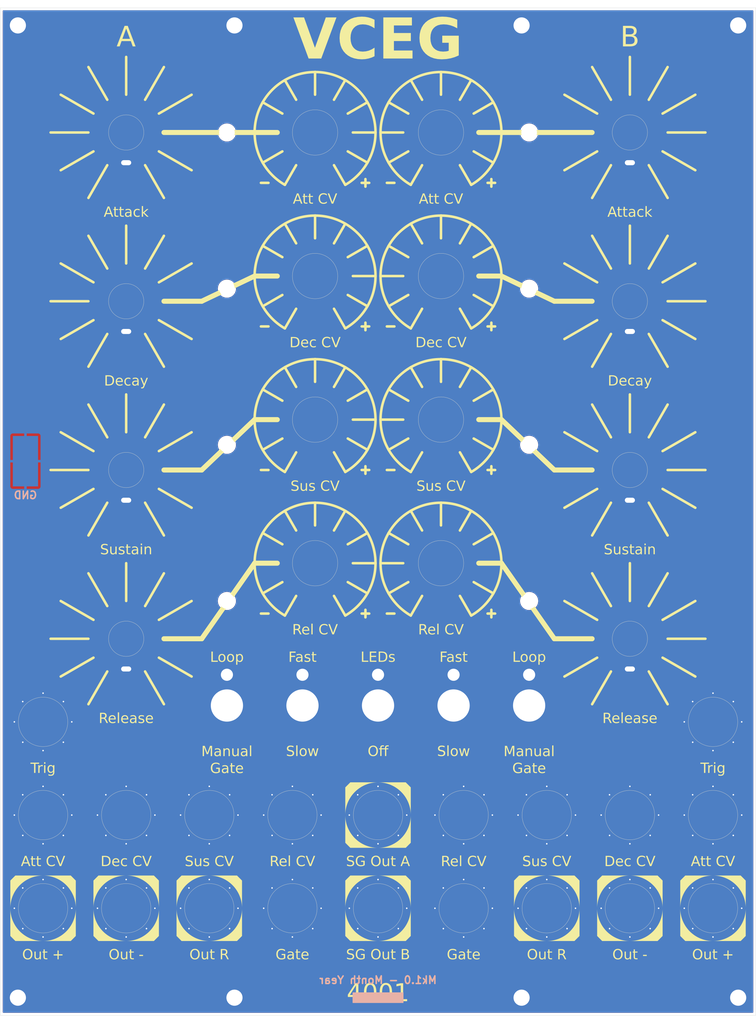
<source format=kicad_pcb>
(kicad_pcb (version 20241229) (generator "pcbnew") (generator_version "9.0")
  (title_block (title "Kosmo Format Front Panel - 15 cm") (company "DMH Instruments"))
  (layers (0 "F.Cu" signal) (2 "B.Cu" signal) (13 "F.Paste" user) (15 "B.Paste" user) (5 "F.SilkS" user "F.Silkscreen") (7 "B.SilkS" user "B.Silkscreen") (1 "F.Mask" user) (3 "B.Mask" user) (25 "Edge.Cuts" user))
  (property "Function" "")
  (net 0 "")
  (net 1 "GND")
  (footprint "SynthStuff:Pot_Cutout_Small" (layer "F.Cu") (at 150 88.25)
    (property "Reference" "H47")
    (property "Value" "Decay" (at 0 15.9 0) (layer "F.SilkS") (effects (font (size 2 2))))
    (fp_circle (center 0 0) (end 0 3.5) (stroke (width 0.05)) (fill no) (layer "Edge.Cuts"))
    (pad "1" connect circle (at 0 0) (size 12 12) (layers "F.Cu" "F.Mask") (net 1 "GND"))
    (pad "1" connect circle (at 0 0) (size 12 12) (layers "B.Cu" "B.Mask") (net 1 "GND"))
    (pad "1" thru_hole oval (at 0 6) (size 2.5 1.5) (drill oval 2 1) (layers "*.Cu" "*.Mask") (net 1 "GND"))
  )
  (footprint "SynthStuff:Pot_Cutout_Tiny_attv_P110KH1" (layer "F.Cu") (at 87.5 54.75)
    (property "Reference" "H9")
    (property "Value" "Att CV" (at 0 13.3 0) (layer "F.SilkS") (effects (font (size 2 2))))
    (fp_circle (center 0 0) (end 4.5 0) (stroke (width 0.05)) (fill no) (layer "Edge.Cuts"))
    (pad "1" connect circle (at 0 0) (size 12 12) (layers "F.Cu" "F.Mask") (net 1 "GND"))
    (pad "1" connect circle (at 0 0) (size 12 12) (layers "B.Cu" "B.Mask") (net 1 "GND"))
  )
  (footprint "SynthStuff:MountingHole_Rails" (layer "F.Cu") (at 128.5 226.5)
    (property "Reference" "H54")
    (property "Value" "MountingHole_Rails")
    (pad "1" thru_hole circle (at 0 0) (size 4 4) (drill 3.2) (layers "*.Cu" "*.Mask") (net 1 "GND"))
  )
  (footprint "SynthStuff:Jack_6.35mm_Cutout_v3" (layer "F.Cu") (at 117 208.75)
    (property "Reference" "H35")
    (property "Value" "Gate" (at 0 9.3 0) (layer "F.SilkS") (effects (font (size 2 2))))
    (fp_circle (center 0 0) (end 0 -4.9) (stroke (width 0.05)) (fill no) (layer "Edge.Cuts"))
    (pad "1" thru_hole circle (at -5.7 0) (size 0.5 0.5) (drill 0.3) (layers "*.Cu" "*.Mask") (net 1 "GND"))
    (pad "1" thru_hole circle (at -4.04 -4.03) (size 0.5 0.5) (drill 0.3) (layers "*.Cu" "*.Mask") (net 1 "GND"))
    (pad "1" thru_hole circle (at -4.03 4.04) (size 0.5 0.5) (drill 0.3) (layers "*.Cu" "*.Mask") (net 1 "GND"))
    (pad "1" thru_hole circle (at 0 -5.7) (size 0.5 0.5) (drill 0.3) (layers "*.Cu" "*.Mask") (net 1 "GND"))
    (pad "1" connect circle (at 0 0) (size 12 12) (layers "F.Cu" "F.Mask") (net 1 "GND"))
    (pad "1" connect circle (at 0 0) (size 12 12) (layers "B.Cu" "B.Mask") (net 1 "GND"))
    (pad "1" thru_hole circle (at 0 5.7) (size 0.5 0.5) (drill 0.3) (layers "*.Cu" "*.Mask") (net 1 "GND"))
    (pad "1" thru_hole circle (at 4.03 4.04) (size 0.5 0.5) (drill 0.3) (layers "*.Cu" "*.Mask") (net 1 "GND"))
    (pad "1" thru_hole circle (at 4.04 -4.03) (size 0.5 0.5) (drill 0.3) (layers "*.Cu" "*.Mask") (net 1 "GND"))
    (pad "1" thru_hole circle (at 5.7 0) (size 0.5 0.5) (drill 0.3) (layers "*.Cu" "*.Mask") (net 1 "GND"))
  )
  (footprint "SynthStuff:MountingHole_Rails" (layer "F.Cu") (at 28.5 226.5)
    (property "Reference" "H3")
    (property "Value" "MountingHole_Rails" (hide yes))
    (pad "1" thru_hole circle (at 0 0) (size 4 4) (drill 3.2) (layers "*.Cu" "*.Mask") (net 1 "GND"))
  )
  (footprint "SynthStuff:Pot_Cutout_Tiny_attv_P110KH1" (layer "F.Cu") (at 87.5 140.25)
    (property "Reference" "H12")
    (property "Value" "Rel CV" (at 0 13.3 0) (layer "F.SilkS") (effects (font (size 2 2))))
    (fp_circle (center 0 0) (end 4.5 0) (stroke (width 0.05)) (fill no) (layer "Edge.Cuts"))
    (pad "1" connect circle (at 0 0) (size 12 12) (layers "F.Cu" "F.Mask") (net 1 "GND"))
    (pad "1" connect circle (at 0 0) (size 12 12) (layers "B.Cu" "B.Mask") (net 1 "GND"))
  )
  (footprint "SynthStuff:Pot_Cutout_Tiny_attv_P110KH1" (layer "F.Cu") (at 87.5 83.25)
    (property "Reference" "H10")
    (property "Value" "Dec CV" (at 0 13.3 0) (layer "F.SilkS") (effects (font (size 2 2))))
    (fp_circle (center 0 0) (end 4.5 0) (stroke (width 0.05)) (fill no) (layer "Edge.Cuts"))
    (pad "1" connect circle (at 0 0) (size 12 12) (layers "F.Cu" "F.Mask") (net 1 "GND"))
    (pad "1" connect circle (at 0 0) (size 12 12) (layers "B.Cu" "B.Mask") (net 1 "GND"))
  )
  (footprint "SynthStuff:MountingHole_Rails" (layer "F.Cu") (at 128.5 33.5)
    (property "Reference" "H52")
    (property "Value" "MountingHole_Rails")
    (pad "1" thru_hole circle (at 0 0) (size 4 4) (drill 3.2) (layers "*.Cu" "*.Mask") (net 1 "GND"))
  )
  (footprint "SynthStuff:MountingHole_Rails" (layer "F.Cu") (at 71.5 33.5)
    (property "Reference" "H51")
    (property "Value" "MountingHole_Rails")
    (pad "1" thru_hole circle (at 0 0) (size 4 4) (drill 3.2) (layers "*.Cu" "*.Mask") (net 1 "GND"))
  )
  (footprint "SynthStuff:Pot_Cutout_Small" (layer "F.Cu") (at 50 155.25)
    (property "Reference" "H8")
    (property "Value" "Release" (at 0 15.9 0) (layer "F.SilkS") (effects (font (size 2 2))))
    (fp_circle (center 0 0) (end 0 3.5) (stroke (width 0.05)) (fill no) (layer "Edge.Cuts"))
    (pad "1" connect circle (at 0 0) (size 12 12) (layers "F.Cu" "F.Mask") (net 1 "GND"))
    (pad "1" connect circle (at 0 0) (size 12 12) (layers "B.Cu" "B.Mask") (net 1 "GND"))
    (pad "1" thru_hole oval (at 0 6) (size 2.5 1.5) (drill oval 2 1) (layers "*.Cu" "*.Mask") (net 1 "GND"))
  )
  (footprint "SynthStuff:Pot_Cutout_Tiny_attv_P110KH1" (layer "F.Cu") (at 112.5 111.75)
    (property "Reference" "H41")
    (property "Value" "Sus CV" (at 0 13.3 0) (layer "F.SilkS") (effects (font (size 2 2))))
    (fp_circle (center 0 0) (end 4.5 0) (stroke (width 0.05)) (fill no) (layer "Edge.Cuts"))
    (pad "1" connect circle (at 0 0) (size 12 12) (layers "F.Cu" "F.Mask") (net 1 "GND"))
    (pad "1" connect circle (at 0 0) (size 12 12) (layers "B.Cu" "B.Mask") (net 1 "GND"))
  )
  (footprint "SynthStuff:Jack_6.35mm_Cutout_v3" (layer "F.Cu") (at 33.5 190.25)
    (property "Reference" "H15")
    (property "Value" "Att CV" (at 0 9.3 0) (layer "F.SilkS") (effects (font (size 2 2))))
    (fp_circle (center 0 0) (end 0 -4.9) (stroke (width 0.05)) (fill no) (layer "Edge.Cuts"))
    (pad "1" thru_hole circle (at -5.7 0) (size 0.5 0.5) (drill 0.3) (layers "*.Cu" "*.Mask") (net 1 "GND"))
    (pad "1" thru_hole circle (at -4.04 -4.03) (size 0.5 0.5) (drill 0.3) (layers "*.Cu" "*.Mask") (net 1 "GND"))
    (pad "1" thru_hole circle (at -4.03 4.04) (size 0.5 0.5) (drill 0.3) (layers "*.Cu" "*.Mask") (net 1 "GND"))
    (pad "1" thru_hole circle (at 0 -5.7) (size 0.5 0.5) (drill 0.3) (layers "*.Cu" "*.Mask") (net 1 "GND"))
    (pad "1" connect circle (at 0 0) (size 12 12) (layers "F.Cu" "F.Mask") (net 1 "GND"))
    (pad "1" connect circle (at 0 0) (size 12 12) (layers "B.Cu" "B.Mask") (net 1 "GND"))
    (pad "1" thru_hole circle (at 0 5.7) (size 0.5 0.5) (drill 0.3) (layers "*.Cu" "*.Mask") (net 1 "GND"))
    (pad "1" thru_hole circle (at 4.03 4.04) (size 0.5 0.5) (drill 0.3) (layers "*.Cu" "*.Mask") (net 1 "GND"))
    (pad "1" thru_hole circle (at 4.04 -4.03) (size 0.5 0.5) (drill 0.3) (layers "*.Cu" "*.Mask") (net 1 "GND"))
    (pad "1" thru_hole circle (at 5.7 0) (size 0.5 0.5) (drill 0.3) (layers "*.Cu" "*.Mask") (net 1 "GND"))
  )
  (footprint "SynthStuff:MountingHole_LED_3mm" (layer "F.Cu") (at 130 85.75)
    (property "Reference" "H33" (hide yes))
    (property "Value" "Dec LED")
    (pad "" np_thru_hole circle (at 0 0) (size 3.1 3.1) (drill 3.1) (layers "*.Cu" "*.Mask"))
  )
  (footprint "SynthStuff:Toggle_Switch_TE_Cutout" (layer "F.Cu") (at 130 168.5)
    (property "Reference" "H32")
    (property "Value" "Loop" (at 0 -9.5 0) (layer "F.SilkS") (effects (font (size 2 2))))
    (pad "1" thru_hole circle (at 0 -6.1) (size 2.9 2.9) (drill 2.4) (layers "*.Cu" "*.Mask") (net 1 "GND"))
    (pad "1" thru_hole circle (at 0 0) (size 13 13) (drill 6.4) (layers "*.Cu" "*.Mask") (net 1 "GND"))
  )
  (footprint "SynthStuff:Pot_Cutout_Tiny_attv_P110KH1" (layer "F.Cu") (at 112.5 83.25)
    (property "Reference" "H40")
    (property "Value" "Dec CV" (at 0 13.3 0) (layer "F.SilkS") (effects (font (size 2 2))))
    (fp_circle (center 0 0) (end 4.5 0) (stroke (width 0.05)) (fill no) (layer "Edge.Cuts"))
    (pad "1" connect circle (at 0 0) (size 12 12) (layers "F.Cu" "F.Mask") (net 1 "GND"))
    (pad "1" connect circle (at 0 0) (size 12 12) (layers "B.Cu" "B.Mask") (net 1 "GND"))
  )
  (footprint "SynthStuff:Toggle_Switch_TE_Cutout" (layer "F.Cu") (at 70 168.5)
    (property "Reference" "H14")
    (property "Value" "Loop" (at 0 -9.5 0) (layer "F.SilkS") (effects (font (size 2 2))))
    (pad "1" thru_hole circle (at 0 -6.1) (size 2.9 2.9) (drill 2.4) (layers "*.Cu" "*.Mask") (net 1 "GND"))
    (pad "1" thru_hole circle (at 0 0) (size 13 13) (drill 6.4) (layers "*.Cu" "*.Mask") (net 1 "GND"))
  )
  (footprint "SynthStuff:Pot_Cutout_Small" (layer "F.Cu") (at 50 121.75)
    (property "Reference" "H7")
    (property "Value" "Sustain" (at 0 15.9 0) (layer "F.SilkS") (effects (font (size 2 2))))
    (fp_circle (center 0 0) (end 0 3.5) (stroke (width 0.05)) (fill no) (layer "Edge.Cuts"))
    (pad "1" connect circle (at 0 0) (size 12 12) (layers "F.Cu" "F.Mask") (net 1 "GND"))
    (pad "1" connect circle (at 0 0) (size 12 12) (layers "B.Cu" "B.Mask") (net 1 "GND"))
    (pad "1" thru_hole oval (at 0 6) (size 2.5 1.5) (drill oval 2 1) (layers "*.Cu" "*.Mask") (net 1 "GND"))
  )
  (footprint "SynthStuff:Jack_6.35mm_Cutout_Output_v6" (layer "F.Cu") (at 66.5 208.75)
    (property "Reference" "H60")
    (property "Value" "Out R" (at 0 9.3 0) (layer "F.SilkS") (effects (font (size 2 2))))
    (fp_circle (center 0 0) (end 0 -4.9) (stroke (width 0.05)) (fill no) (layer "Edge.Cuts"))
    (pad "1" thru_hole circle (at -5.7 0) (size 0.5 0.5) (drill 0.3) (layers "*.Cu" "*.Mask") (net 1 "GND"))
    (pad "1" thru_hole circle (at -4.04 -4.03) (size 0.5 0.5) (drill 0.3) (layers "*.Cu" "*.Mask") (net 1 "GND"))
    (pad "1" thru_hole circle (at -4.03 4.04) (size 0.5 0.5) (drill 0.3) (layers "*.Cu" "*.Mask") (net 1 "GND"))
    (pad "1" thru_hole circle (at 0 -5.7) (size 0.5 0.5) (drill 0.3) (layers "*.Cu" "*.Mask") (net 1 "GND"))
    (pad "1" connect circle (at 0 0) (size 12 12) (layers "F.Cu" "F.Mask") (net 1 "GND"))
    (pad "1" connect circle (at 0 0) (size 12 12) (layers "B.Cu" "B.Mask") (net 1 "GND"))
    (pad "1" thru_hole circle (at 0 5.7) (size 0.5 0.5) (drill 0.3) (layers "*.Cu" "*.Mask") (net 1 "GND"))
    (pad "1" thru_hole circle (at 4.03 4.04) (size 0.5 0.5) (drill 0.3) (layers "*.Cu" "*.Mask") (net 1 "GND"))
    (pad "1" thru_hole circle (at 4.04 -4.03) (size 0.5 0.5) (drill 0.3) (layers "*.Cu" "*.Mask") (net 1 "GND"))
    (pad "1" thru_hole circle (at 5.7 0) (size 0.5 0.5) (drill 0.3) (layers "*.Cu" "*.Mask") (net 1 "GND"))
  )
  (footprint "SynthStuff:Jack_6.35mm_Cutout_v3" (layer "F.Cu") (at 150 190.25)
    (property "Reference" "H34")
    (property "Value" "Dec CV" (at 0 9.3 0) (layer "F.SilkS") (effects (font (size 2 2))))
    (fp_circle (center 0 0) (end 0 -4.9) (stroke (width 0.05)) (fill no) (layer "Edge.Cuts"))
    (pad "1" thru_hole circle (at -5.7 0) (size 0.5 0.5) (drill 0.3) (layers "*.Cu" "*.Mask") (net 1 "GND"))
    (pad "1" thru_hole circle (at -4.04 -4.03) (size 0.5 0.5) (drill 0.3) (layers "*.Cu" "*.Mask") (net 1 "GND"))
    (pad "1" thru_hole circle (at -4.03 4.04) (size 0.5 0.5) (drill 0.3) (layers "*.Cu" "*.Mask") (net 1 "GND"))
    (pad "1" thru_hole circle (at 0 -5.7) (size 0.5 0.5) (drill 0.3) (layers "*.Cu" "*.Mask") (net 1 "GND"))
    (pad "1" connect circle (at 0 0) (size 12 12) (layers "F.Cu" "F.Mask") (net 1 "GND"))
    (pad "1" connect circle (at 0 0) (size 12 12) (layers "B.Cu" "B.Mask") (net 1 "GND"))
    (pad "1" thru_hole circle (at 0 5.7) (size 0.5 0.5) (drill 0.3) (layers "*.Cu" "*.Mask") (net 1 "GND"))
    (pad "1" thru_hole circle (at 4.03 4.04) (size 0.5 0.5) (drill 0.3) (layers "*.Cu" "*.Mask") (net 1 "GND"))
    (pad "1" thru_hole circle (at 4.04 -4.03) (size 0.5 0.5) (drill 0.3) (layers "*.Cu" "*.Mask") (net 1 "GND"))
    (pad "1" thru_hole circle (at 5.7 0) (size 0.5 0.5) (drill 0.3) (layers "*.Cu" "*.Mask") (net 1 "GND"))
  )
  (footprint "SynthStuff:Jack_6.35mm_Cutout_v3" (layer "F.Cu") (at 133.5 190.25)
    (property "Reference" "H37")
    (property "Value" "Sus CV" (at 0 9.3 0) (layer "F.SilkS") (effects (font (size 2 2))))
    (fp_circle (center 0 0) (end 0 -4.9) (stroke (width 0.05)) (fill no) (layer "Edge.Cuts"))
    (pad "1" thru_hole circle (at -5.7 0) (size 0.5 0.5) (drill 0.3) (layers "*.Cu" "*.Mask") (net 1 "GND"))
    (pad "1" thru_hole circle (at -4.04 -4.03) (size 0.5 0.5) (drill 0.3) (layers "*.Cu" "*.Mask") (net 1 "GND"))
    (pad "1" thru_hole circle (at -4.03 4.04) (size 0.5 0.5) (drill 0.3) (layers "*.Cu" "*.Mask") (net 1 "GND"))
    (pad "1" thru_hole circle (at 0 -5.7) (size 0.5 0.5) (drill 0.3) (layers "*.Cu" "*.Mask") (net 1 "GND"))
    (pad "1" connect circle (at 0 0) (size 12 12) (layers "F.Cu" "F.Mask") (net 1 "GND"))
    (pad "1" connect circle (at 0 0) (size 12 12) (layers "B.Cu" "B.Mask") (net 1 "GND"))
    (pad "1" thru_hole circle (at 0 5.7) (size 0.5 0.5) (drill 0.3) (layers "*.Cu" "*.Mask") (net 1 "GND"))
    (pad "1" thru_hole circle (at 4.03 4.04) (size 0.5 0.5) (drill 0.3) (layers "*.Cu" "*.Mask") (net 1 "GND"))
    (pad "1" thru_hole circle (at 4.04 -4.03) (size 0.5 0.5) (drill 0.3) (layers "*.Cu" "*.Mask") (net 1 "GND"))
    (pad "1" thru_hole circle (at 5.7 0) (size 0.5 0.5) (drill 0.3) (layers "*.Cu" "*.Mask") (net 1 "GND"))
  )
  (footprint "SynthStuff:Pot_Cutout_Small" (layer "F.Cu") (at 150 121.75)
    (property "Reference" "H48")
    (property "Value" "Sustain" (at 0 15.9 0) (layer "F.SilkS") (effects (font (size 2 2))))
    (fp_circle (center 0 0) (end 0 3.5) (stroke (width 0.05)) (fill no) (layer "Edge.Cuts"))
    (pad "1" connect circle (at 0 0) (size 12 12) (layers "F.Cu" "F.Mask") (net 1 "GND"))
    (pad "1" connect circle (at 0 0) (size 12 12) (layers "B.Cu" "B.Mask") (net 1 "GND"))
    (pad "1" thru_hole oval (at 0 6) (size 2.5 1.5) (drill oval 2 1) (layers "*.Cu" "*.Mask") (net 1 "GND"))
  )
  (footprint "SynthStuff:Jack_6.35mm_Cutout_Output_v6" (layer "F.Cu") (at 150 208.75)
    (property "Reference" "H62")
    (property "Value" "Out -" (at 0 9.3 0) (layer "F.SilkS") (effects (font (size 2 2))))
    (fp_circle (center 0 0) (end 0 -4.9) (stroke (width 0.05)) (fill no) (layer "Edge.Cuts"))
    (pad "1" thru_hole circle (at -5.7 0) (size 0.5 0.5) (drill 0.3) (layers "*.Cu" "*.Mask") (net 1 "GND"))
    (pad "1" thru_hole circle (at -4.04 -4.03) (size 0.5 0.5) (drill 0.3) (layers "*.Cu" "*.Mask") (net 1 "GND"))
    (pad "1" thru_hole circle (at -4.03 4.04) (size 0.5 0.5) (drill 0.3) (layers "*.Cu" "*.Mask") (net 1 "GND"))
    (pad "1" thru_hole circle (at 0 -5.7) (size 0.5 0.5) (drill 0.3) (layers "*.Cu" "*.Mask") (net 1 "GND"))
    (pad "1" connect circle (at 0 0) (size 12 12) (layers "F.Cu" "F.Mask") (net 1 "GND"))
    (pad "1" connect circle (at 0 0) (size 12 12) (layers "B.Cu" "B.Mask") (net 1 "GND"))
    (pad "1" thru_hole circle (at 0 5.7) (size 0.5 0.5) (drill 0.3) (layers "*.Cu" "*.Mask") (net 1 "GND"))
    (pad "1" thru_hole circle (at 4.03 4.04) (size 0.5 0.5) (drill 0.3) (layers "*.Cu" "*.Mask") (net 1 "GND"))
    (pad "1" thru_hole circle (at 4.04 -4.03) (size 0.5 0.5) (drill 0.3) (layers "*.Cu" "*.Mask") (net 1 "GND"))
    (pad "1" thru_hole circle (at 5.7 0) (size 0.5 0.5) (drill 0.3) (layers "*.Cu" "*.Mask") (net 1 "GND"))
  )
  (footprint "SynthStuff:MountingHole_LED_3mm" (layer "F.Cu") (at 70 116.75)
    (property "Reference" "H26" (hide yes))
    (property "Value" "Sus LED")
    (pad "" np_thru_hole circle (at 0 0) (size 3.1 3.1) (drill 3.1) (layers "*.Cu" "*.Mask"))
  )
  (footprint "SynthStuff:MountingHole_LED_3mm" (layer "F.Cu") (at 70 54.75)
    (property "Reference" "H24" (hide yes))
    (property "Value" "Att LED")
    (pad "" np_thru_hole circle (at 0 0) (size 3.1 3.1) (drill 3.1) (layers "*.Cu" "*.Mask"))
  )
  (footprint "SynthStuff:MountingHole_LED_3mm" (layer "F.Cu") (at 130 116.75)
    (property "Reference" "H36" (hide yes))
    (property "Value" "Sus LED")
    (pad "" np_thru_hole circle (at 0 0) (size 3.1 3.1) (drill 3.1) (layers "*.Cu" "*.Mask"))
  )
  (footprint "SynthStuff:Jack_6.35mm_Cutout_v3" (layer "F.Cu") (at 117 190.25)
    (property "Reference" "H44")
    (property "Value" "Rel CV" (at 0 9.3 0) (layer "F.SilkS") (effects (font (size 2 2))))
    (fp_circle (center 0 0) (end 0 -4.9) (stroke (width 0.05)) (fill no) (layer "Edge.Cuts"))
    (pad "1" thru_hole circle (at -5.7 0) (size 0.5 0.5) (drill 0.3) (layers "*.Cu" "*.Mask") (net 1 "GND"))
    (pad "1" thru_hole circle (at -4.04 -4.03) (size 0.5 0.5) (drill 0.3) (layers "*.Cu" "*.Mask") (net 1 "GND"))
    (pad "1" thru_hole circle (at -4.03 4.04) (size 0.5 0.5) (drill 0.3) (layers "*.Cu" "*.Mask") (net 1 "GND"))
    (pad "1" thru_hole circle (at 0 -5.7) (size 0.5 0.5) (drill 0.3) (layers "*.Cu" "*.Mask") (net 1 "GND"))
    (pad "1" connect circle (at 0 0) (size 12 12) (layers "F.Cu" "F.Mask") (net 1 "GND"))
    (pad "1" connect circle (at 0 0) (size 12 12) (layers "B.Cu" "B.Mask") (net 1 "GND"))
    (pad "1" thru_hole circle (at 0 5.7) (size 0.5 0.5) (drill 0.3) (layers "*.Cu" "*.Mask") (net 1 "GND"))
    (pad "1" thru_hole circle (at 4.03 4.04) (size 0.5 0.5) (drill 0.3) (layers "*.Cu" "*.Mask") (net 1 "GND"))
    (pad "1" thru_hole circle (at 4.04 -4.03) (size 0.5 0.5) (drill 0.3) (layers "*.Cu" "*.Mask") (net 1 "GND"))
    (pad "1" thru_hole circle (at 5.7 0) (size 0.5 0.5) (drill 0.3) (layers "*.Cu" "*.Mask") (net 1 "GND"))
  )
  (footprint "SynthStuff:Toggle_Switch_TE_Cutout" (layer "F.Cu") (at 115 168.5)
    (property "Reference" "H31")
    (property "Value" "Slow" (at 0 9.2 0) (layer "F.SilkS") (effects (font (size 2 2))))
    (pad "1" thru_hole circle (at 0 -6.1) (size 2.9 2.9) (drill 2.4) (layers "*.Cu" "*.Mask") (net 1 "GND"))
    (pad "1" thru_hole circle (at 0 0) (size 13 13) (drill 6.4) (layers "*.Cu" "*.Mask") (net 1 "GND"))
  )
  (footprint "SynthStuff:Jack_6.35mm_Cutout_Output_v6" (layer "F.Cu") (at 100 190.25)
    (property "Reference" "H23")
    (property "Value" "SG Out A" (at 0 9.3 0) (layer "F.SilkS") (effects (font (size 2 2))))
    (fp_circle (center 0 0) (end 0 -4.9) (stroke (width 0.05)) (fill no) (layer "Edge.Cuts"))
    (pad "1" thru_hole circle (at -5.7 0) (size 0.5 0.5) (drill 0.3) (layers "*.Cu" "*.Mask") (net 1 "GND"))
    (pad "1" thru_hole circle (at -4.04 -4.03) (size 0.5 0.5) (drill 0.3) (layers "*.Cu" "*.Mask") (net 1 "GND"))
    (pad "1" thru_hole circle (at -4.03 4.04) (size 0.5 0.5) (drill 0.3) (layers "*.Cu" "*.Mask") (net 1 "GND"))
    (pad "1" thru_hole circle (at 0 -5.7) (size 0.5 0.5) (drill 0.3) (layers "*.Cu" "*.Mask") (net 1 "GND"))
    (pad "1" connect circle (at 0 0) (size 12 12) (layers "F.Cu" "F.Mask") (net 1 "GND"))
    (pad "1" connect circle (at 0 0) (size 12 12) (layers "B.Cu" "B.Mask") (net 1 "GND"))
    (pad "1" thru_hole circle (at 0 5.7) (size 0.5 0.5) (drill 0.3) (layers "*.Cu" "*.Mask") (net 1 "GND"))
    (pad "1" thru_hole circle (at 4.03 4.04) (size 0.5 0.5) (drill 0.3) (layers "*.Cu" "*.Mask") (net 1 "GND"))
    (pad "1" thru_hole circle (at 4.04 -4.03) (size 0.5 0.5) (drill 0.3) (layers "*.Cu" "*.Mask") (net 1 "GND"))
    (pad "1" thru_hole circle (at 5.7 0) (size 0.5 0.5) (drill 0.3) (layers "*.Cu" "*.Mask") (net 1 "GND"))
  )
  (footprint "SynthStuff:Pot_Cutout_Small" (layer "F.Cu") (at 150 155.25)
    (property "Reference" "H49")
    (property "Value" "Release" (at 0 15.9 0) (layer "F.SilkS") (effects (font (size 2 2))))
    (fp_circle (center 0 0) (end 0 3.5) (stroke (width 0.05)) (fill no) (layer "Edge.Cuts"))
    (pad "1" connect circle (at 0 0) (size 12 12) (layers "F.Cu" "F.Mask") (net 1 "GND"))
    (pad "1" connect circle (at 0 0) (size 12 12) (layers "B.Cu" "B.Mask") (net 1 "GND"))
    (pad "1" thru_hole oval (at 0 6) (size 2.5 1.5) (drill oval 2 1) (layers "*.Cu" "*.Mask") (net 1 "GND"))
  )
  (footprint "SynthStuff:Pot_Cutout_Tiny_attv_P110KH1" (layer "F.Cu") (at 87.5 111.75)
    (property "Reference" "H11")
    (property "Value" "Sus CV" (at 0 13.3 0) (layer "F.SilkS") (effects (font (size 2 2))))
    (fp_circle (center 0 0) (end 4.5 0) (stroke (width 0.05)) (fill no) (layer "Edge.Cuts"))
    (pad "1" connect circle (at 0 0) (size 12 12) (layers "F.Cu" "F.Mask") (net 1 "GND"))
    (pad "1" connect circle (at 0 0) (size 12 12) (layers "B.Cu" "B.Mask") (net 1 "GND"))
  )
  (footprint "SynthStuff:Jack_6.35mm_Cutout_Output_v6" (layer "F.Cu") (at 166.5 208.75)
    (property "Reference" "H38")
    (property "Value" "Out +" (at 0 9.3 0) (layer "F.SilkS") (effects (font (size 2 2))))
    (fp_circle (center 0 0) (end 0 -4.9) (stroke (width 0.05)) (fill no) (layer "Edge.Cuts"))
    (pad "1" thru_hole circle (at -5.7 0) (size 0.5 0.5) (drill 0.3) (layers "*.Cu" "*.Mask") (net 1 "GND"))
    (pad "1" thru_hole circle (at -4.04 -4.03) (size 0.5 0.5) (drill 0.3) (layers "*.Cu" "*.Mask") (net 1 "GND"))
    (pad "1" thru_hole circle (at -4.03 4.04) (size 0.5 0.5) (drill 0.3) (layers "*.Cu" "*.Mask") (net 1 "GND"))
    (pad "1" thru_hole circle (at 0 -5.7) (size 0.5 0.5) (drill 0.3) (layers "*.Cu" "*.Mask") (net 1 "GND"))
    (pad "1" connect circle (at 0 0) (size 12 12) (layers "F.Cu" "F.Mask") (net 1 "GND"))
    (pad "1" connect circle (at 0 0) (size 12 12) (layers "B.Cu" "B.Mask") (net 1 "GND"))
    (pad "1" thru_hole circle (at 0 5.7) (size 0.5 0.5) (drill 0.3) (layers "*.Cu" "*.Mask") (net 1 "GND"))
    (pad "1" thru_hole circle (at 4.03 4.04) (size 0.5 0.5) (drill 0.3) (layers "*.Cu" "*.Mask") (net 1 "GND"))
    (pad "1" thru_hole circle (at 4.04 -4.03) (size 0.5 0.5) (drill 0.3) (layers "*.Cu" "*.Mask") (net 1 "GND"))
    (pad "1" thru_hole circle (at 5.7 0) (size 0.5 0.5) (drill 0.3) (layers "*.Cu" "*.Mask") (net 1 "GND"))
  )
  (footprint "SynthStuff:Pot_Cutout_Small" (layer "F.Cu") (at 150 54.75)
    (property "Reference" "H46")
    (property "Value" "Attack" (at 0 15.9 0) (layer "F.SilkS") (effects (font (size 2 2))))
    (fp_circle (center 0 0) (end 0 3.5) (stroke (width 0.05)) (fill no) (layer "Edge.Cuts"))
    (pad "1" connect circle (at 0 0) (size 12 12) (layers "F.Cu" "F.Mask") (net 1 "GND"))
    (pad "1" connect circle (at 0 0) (size 12 12) (layers "B.Cu" "B.Mask") (net 1 "GND"))
    (pad "1" thru_hole oval (at 0 6) (size 2.5 1.5) (drill oval 2 1) (layers "*.Cu" "*.Mask") (net 1 "GND"))
  )
  (footprint "SynthStuff:MountingHole_Rails" (layer "F.Cu") (at 71.5 226.5)
    (property "Reference" "H53")
    (property "Value" "MountingHole_Rails")
    (pad "1" thru_hole circle (at 0 0) (size 4 4) (drill 3.2) (layers "*.Cu" "*.Mask") (net 1 "GND"))
  )
  (footprint "SynthStuff:Jack_6.35mm_Cutout_v3" (layer "F.Cu") (at 166.5 190.25)
    (property "Reference" "H29")
    (property "Value" "Att CV" (at 0 9.3 0) (layer "F.SilkS") (effects (font (size 2 2))))
    (fp_circle (center 0 0) (end 0 -4.9) (stroke (width 0.05)) (fill no) (layer "Edge.Cuts"))
    (pad "1" thru_hole circle (at -5.7 0) (size 0.5 0.5) (drill 0.3) (layers "*.Cu" "*.Mask") (net 1 "GND"))
    (pad "1" thru_hole circle (at -4.04 -4.03) (size 0.5 0.5) (drill 0.3) (layers "*.Cu" "*.Mask") (net 1 "GND"))
    (pad "1" thru_hole circle (at -4.03 4.04) (size 0.5 0.5) (drill 0.3) (layers "*.Cu" "*.Mask") (net 1 "GND"))
    (pad "1" thru_hole circle (at 0 -5.7) (size 0.5 0.5) (drill 0.3) (layers "*.Cu" "*.Mask") (net 1 "GND"))
    (pad "1" connect circle (at 0 0) (size 12 12) (layers "F.Cu" "F.Mask") (net 1 "GND"))
    (pad "1" connect circle (at 0 0) (size 12 12) (layers "B.Cu" "B.Mask") (net 1 "GND"))
    (pad "1" thru_hole circle (at 0 5.7) (size 0.5 0.5) (drill 0.3) (layers "*.Cu" "*.Mask") (net 1 "GND"))
    (pad "1" thru_hole circle (at 4.03 4.04) (size 0.5 0.5) (drill 0.3) (layers "*.Cu" "*.Mask") (net 1 "GND"))
    (pad "1" thru_hole circle (at 4.04 -4.03) (size 0.5 0.5) (drill 0.3) (layers "*.Cu" "*.Mask") (net 1 "GND"))
    (pad "1" thru_hole circle (at 5.7 0) (size 0.5 0.5) (drill 0.3) (layers "*.Cu" "*.Mask") (net 1 "GND"))
  )
  (footprint "SynthStuff:MountingHole_LED_3mm" (layer "F.Cu") (at 70 147.75)
    (property "Reference" "H27" (hide yes))
    (property "Value" "Rel LED")
    (pad "" np_thru_hole circle (at 0 0) (size 3.1 3.1) (drill 3.1) (layers "*.Cu" "*.Mask"))
  )
  (footprint "SynthStuff:Pot_Cutout_Small" (layer "F.Cu") (at 50 88.25)
    (property "Reference" "H6")
    (property "Value" "Decay" (at 0 15.9 0) (layer "F.SilkS") (effects (font (size 2 2))))
    (fp_circle (center 0 0) (end 0 3.5) (stroke (width 0.05)) (fill no) (layer "Edge.Cuts"))
    (pad "1" connect circle (at 0 0) (size 12 12) (layers "F.Cu" "F.Mask") (net 1 "GND"))
    (pad "1" connect circle (at 0 0) (size 12 12) (layers "B.Cu" "B.Mask") (net 1 "GND"))
    (pad "1" thru_hole oval (at 0 6) (size 2.5 1.5) (drill oval 2 1) (layers "*.Cu" "*.Mask") (net 1 "GND"))
  )
  (footprint "SynthStuff:Jack_6.35mm_Cutout_v3" (layer "F.Cu") (at 66.5 190.25)
    (property "Reference" "H17")
    (property "Value" "Sus CV" (at 0 9.3 0) (layer "F.SilkS") (effects (font (size 2 2))))
    (fp_circle (center 0 0) (end 0 -4.9) (stroke (width 0.05)) (fill no) (layer "Edge.Cuts"))
    (pad "1" thru_hole circle (at -5.7 0) (size 0.5 0.5) (drill 0.3) (layers "*.Cu" "*.Mask") (net 1 "GND"))
    (pad "1" thru_hole circle (at -4.04 -4.03) (size 0.5 0.5) (drill 0.3) (layers "*.Cu" "*.Mask") (net 1 "GND"))
    (pad "1" thru_hole circle (at -4.03 4.04) (size 0.5 0.5) (drill 0.3) (layers "*.Cu" "*.Mask") (net 1 "GND"))
    (pad "1" thru_hole circle (at 0 -5.7) (size 0.5 0.5) (drill 0.3) (layers "*.Cu" "*.Mask") (net 1 "GND"))
    (pad "1" connect circle (at 0 0) (size 12 12) (layers "F.Cu" "F.Mask") (net 1 "GND"))
    (pad "1" connect circle (at 0 0) (size 12 12) (layers "B.Cu" "B.Mask") (net 1 "GND"))
    (pad "1" thru_hole circle (at 0 5.7) (size 0.5 0.5) (drill 0.3) (layers "*.Cu" "*.Mask") (net 1 "GND"))
    (pad "1" thru_hole circle (at 4.03 4.04) (size 0.5 0.5) (drill 0.3) (layers "*.Cu" "*.Mask") (net 1 "GND"))
    (pad "1" thru_hole circle (at 4.04 -4.03) (size 0.5 0.5) (drill 0.3) (layers "*.Cu" "*.Mask") (net 1 "GND"))
    (pad "1" thru_hole circle (at 5.7 0) (size 0.5 0.5) (drill 0.3) (layers "*.Cu" "*.Mask") (net 1 "GND"))
  )
  (footprint "SynthStuff:MountingHole_LED_3mm" (layer "F.Cu") (at 130 147.75)
    (property "Reference" "H43" (hide yes))
    (property "Value" "Rel LED")
    (pad "" np_thru_hole circle (at 0 0) (size 3.1 3.1) (drill 3.1) (layers "*.Cu" "*.Mask"))
  )
  (footprint "SynthStuff:Jack_6.35mm_Cutout_v3" (layer "F.Cu") (at 83 190.25)
    (property "Reference" "H18")
    (property "Value" "Rel CV" (at 0 9.3 0) (layer "F.SilkS") (effects (font (size 2 2))))
    (fp_circle (center 0 0) (end 0 -4.9) (stroke (width 0.05)) (fill no) (layer "Edge.Cuts"))
    (pad "1" thru_hole circle (at -5.7 0) (size 0.5 0.5) (drill 0.3) (layers "*.Cu" "*.Mask") (net 1 "GND"))
    (pad "1" thru_hole circle (at -4.04 -4.03) (size 0.5 0.5) (drill 0.3) (layers "*.Cu" "*.Mask") (net 1 "GND"))
    (pad "1" thru_hole circle (at -4.03 4.04) (size 0.5 0.5) (drill 0.3) (layers "*.Cu" "*.Mask") (net 1 "GND"))
    (pad "1" thru_hole circle (at 0 -5.7) (size 0.5 0.5) (drill 0.3) (layers "*.Cu" "*.Mask") (net 1 "GND"))
    (pad "1" connect circle (at 0 0) (size 12 12) (layers "F.Cu" "F.Mask") (net 1 "GND"))
    (pad "1" connect circle (at 0 0) (size 12 12) (layers "B.Cu" "B.Mask") (net 1 "GND"))
    (pad "1" thru_hole circle (at 0 5.7) (size 0.5 0.5) (drill 0.3) (layers "*.Cu" "*.Mask") (net 1 "GND"))
    (pad "1" thru_hole circle (at 4.03 4.04) (size 0.5 0.5) (drill 0.3) (layers "*.Cu" "*.Mask") (net 1 "GND"))
    (pad "1" thru_hole circle (at 4.04 -4.03) (size 0.5 0.5) (drill 0.3) (layers "*.Cu" "*.Mask") (net 1 "GND"))
    (pad "1" thru_hole circle (at 5.7 0) (size 0.5 0.5) (drill 0.3) (layers "*.Cu" "*.Mask") (net 1 "GND"))
  )
  (footprint "SynthStuff:Jack_6.35mm_Cutout_v3" (layer "F.Cu") (at 166.5 171.75)
    (property "Reference" "H30")
    (property "Value" "Trig" (at 0 9.3 0) (layer "F.SilkS") (effects (font (size 2 2))))
    (fp_circle (center 0 0) (end 0 -4.9) (stroke (width 0.05)) (fill no) (layer "Edge.Cuts"))
    (pad "1" thru_hole circle (at -5.7 0) (size 0.5 0.5) (drill 0.3) (layers "*.Cu" "*.Mask") (net 1 "GND"))
    (pad "1" thru_hole circle (at -4.04 -4.03) (size 0.5 0.5) (drill 0.3) (layers "*.Cu" "*.Mask") (net 1 "GND"))
    (pad "1" thru_hole circle (at -4.03 4.04) (size 0.5 0.5) (drill 0.3) (layers "*.Cu" "*.Mask") (net 1 "GND"))
    (pad "1" thru_hole circle (at 0 -5.7) (size 0.5 0.5) (drill 0.3) (layers "*.Cu" "*.Mask") (net 1 "GND"))
    (pad "1" connect circle (at 0 0) (size 12 12) (layers "F.Cu" "F.Mask") (net 1 "GND"))
    (pad "1" connect circle (at 0 0) (size 12 12) (layers "B.Cu" "B.Mask") (net 1 "GND"))
    (pad "1" thru_hole circle (at 0 5.7) (size 0.5 0.5) (drill 0.3) (layers "*.Cu" "*.Mask") (net 1 "GND"))
    (pad "1" thru_hole circle (at 4.03 4.04) (size 0.5 0.5) (drill 0.3) (layers "*.Cu" "*.Mask") (net 1 "GND"))
    (pad "1" thru_hole circle (at 4.04 -4.03) (size 0.5 0.5) (drill 0.3) (layers "*.Cu" "*.Mask") (net 1 "GND"))
    (pad "1" thru_hole circle (at 5.7 0) (size 0.5 0.5) (drill 0.3) (layers "*.Cu" "*.Mask") (net 1 "GND"))
  )
  (footprint "SynthStuff:MountingHole_Rails" (layer "F.Cu") (at 171.5 33.5)
    (property "Reference" "H2")
    (property "Value" "MountingHole_Rails" (hide yes))
    (pad "1" thru_hole circle (at 0 0) (size 4 4) (drill 3.2) (layers "*.Cu" "*.Mask") (net 1 "GND"))
  )
  (footprint "SynthStuff:MountingHole_Rails" (layer "F.Cu") (at 171.5 226.5)
    (property "Reference" "H4")
    (property "Value" "MountingHole_Rails" (hide yes))
    (pad "1" thru_hole circle (at 0 0) (size 4 4) (drill 3.2) (layers "*.Cu" "*.Mask") (net 1 "GND"))
  )
  (footprint "SynthStuff:Jack_6.35mm_Cutout_v3" (layer "F.Cu") (at 50 190.25)
    (property "Reference" "H16")
    (property "Value" "Dec CV" (at 0 9.3 0) (layer "F.SilkS") (effects (font (size 2 2))))
    (fp_circle (center 0 0) (end 0 -4.9) (stroke (width 0.05)) (fill no) (layer "Edge.Cuts"))
    (pad "1" thru_hole circle (at -5.7 0) (size 0.5 0.5) (drill 0.3) (layers "*.Cu" "*.Mask") (net 1 "GND"))
    (pad "1" thru_hole circle (at -4.04 -4.03) (size 0.5 0.5) (drill 0.3) (layers "*.Cu" "*.Mask") (net 1 "GND"))
    (pad "1" thru_hole circle (at -4.03 4.04) (size 0.5 0.5) (drill 0.3) (layers "*.Cu" "*.Mask") (net 1 "GND"))
    (pad "1" thru_hole circle (at 0 -5.7) (size 0.5 0.5) (drill 0.3) (layers "*.Cu" "*.Mask") (net 1 "GND"))
    (pad "1" connect circle (at 0 0) (size 12 12) (layers "F.Cu" "F.Mask") (net 1 "GND"))
    (pad "1" connect circle (at 0 0) (size 12 12) (layers "B.Cu" "B.Mask") (net 1 "GND"))
    (pad "1" thru_hole circle (at 0 5.7) (size 0.5 0.5) (drill 0.3) (layers "*.Cu" "*.Mask") (net 1 "GND"))
    (pad "1" thru_hole circle (at 4.03 4.04) (size 0.5 0.5) (drill 0.3) (layers "*.Cu" "*.Mask") (net 1 "GND"))
    (pad "1" thru_hole circle (at 4.04 -4.03) (size 0.5 0.5) (drill 0.3) (layers "*.Cu" "*.Mask") (net 1 "GND"))
    (pad "1" thru_hole circle (at 5.7 0) (size 0.5 0.5) (drill 0.3) (layers "*.Cu" "*.Mask") (net 1 "GND"))
  )
  (footprint "SynthStuff:Jack_6.35mm_Cutout_v3" (layer "F.Cu") (at 33.5 171.75)
    (property "Reference" "H19")
    (property "Value" "Trig" (at 0 9.3 0) (layer "F.SilkS") (effects (font (size 2 2))))
    (fp_circle (center 0 0) (end 0 -4.9) (stroke (width 0.05)) (fill no) (layer "Edge.Cuts"))
    (pad "1" thru_hole circle (at -5.7 0) (size 0.5 0.5) (drill 0.3) (layers "*.Cu" "*.Mask") (net 1 "GND"))
    (pad "1" thru_hole circle (at -4.04 -4.03) (size 0.5 0.5) (drill 0.3) (layers "*.Cu" "*.Mask") (net 1 "GND"))
    (pad "1" thru_hole circle (at -4.03 4.04) (size 0.5 0.5) (drill 0.3) (layers "*.Cu" "*.Mask") (net 1 "GND"))
    (pad "1" thru_hole circle (at 0 -5.7) (size 0.5 0.5) (drill 0.3) (layers "*.Cu" "*.Mask") (net 1 "GND"))
    (pad "1" connect circle (at 0 0) (size 12 12) (layers "F.Cu" "F.Mask") (net 1 "GND"))
    (pad "1" connect circle (at 0 0) (size 12 12) (layers "B.Cu" "B.Mask") (net 1 "GND"))
    (pad "1" thru_hole circle (at 0 5.7) (size 0.5 0.5) (drill 0.3) (layers "*.Cu" "*.Mask") (net 1 "GND"))
    (pad "1" thru_hole circle (at 4.03 4.04) (size 0.5 0.5) (drill 0.3) (layers "*.Cu" "*.Mask") (net 1 "GND"))
    (pad "1" thru_hole circle (at 4.04 -4.03) (size 0.5 0.5) (drill 0.3) (layers "*.Cu" "*.Mask") (net 1 "GND"))
    (pad "1" thru_hole circle (at 5.7 0) (size 0.5 0.5) (drill 0.3) (layers "*.Cu" "*.Mask") (net 1 "GND"))
  )
  (footprint "SynthStuff:Pot_Cutout_Tiny_attv_P110KH1" (layer "F.Cu") (at 112.5 140.25)
    (property "Reference" "H42")
    (property "Value" "Rel CV" (at 0 13.3 0) (layer "F.SilkS") (effects (font (size 2 2))))
    (fp_circle (center 0 0) (end 4.5 0) (stroke (width 0.05)) (fill no) (layer "Edge.Cuts"))
    (pad "1" connect circle (at 0 0) (size 12 12) (layers "F.Cu" "F.Mask") (net 1 "GND"))
    (pad "1" connect circle (at 0 0) (size 12 12) (layers "B.Cu" "B.Mask") (net 1 "GND"))
  )
  (footprint "SynthStuff:Jack_6.35mm_Cutout_Output_v6" (layer "F.Cu") (at 133.5 208.75)
    (property "Reference" "H61")
    (property "Value" "Out R" (at 0 9.3 0) (layer "F.SilkS") (effects (font (size 2 2))))
    (fp_circle (center 0 0) (end 0 -4.9) (stroke (width 0.05)) (fill no) (layer "Edge.Cuts"))
    (pad "1" thru_hole circle (at -5.7 0) (size 0.5 0.5) (drill 0.3) (layers "*.Cu" "*.Mask") (net 1 "GND"))
    (pad "1" thru_hole circle (at -4.04 -4.03) (size 0.5 0.5) (drill 0.3) (layers "*.Cu" "*.Mask") (net 1 "GND"))
    (pad "1" thru_hole circle (at -4.03 4.04) (size 0.5 0.5) (drill 0.3) (layers "*.Cu" "*.Mask") (net 1 "GND"))
    (pad "1" thru_hole circle (at 0 -5.7) (size 0.5 0.5) (drill 0.3) (layers "*.Cu" "*.Mask") (net 1 "GND"))
    (pad "1" connect circle (at 0 0) (size 12 12) (layers "F.Cu" "F.Mask") (net 1 "GND"))
    (pad "1" connect circle (at 0 0) (size 12 12) (layers "B.Cu" "B.Mask") (net 1 "GND"))
    (pad "1" thru_hole circle (at 0 5.7) (size 0.5 0.5) (drill 0.3) (layers "*.Cu" "*.Mask") (net 1 "GND"))
    (pad "1" thru_hole circle (at 4.03 4.04) (size 0.5 0.5) (drill 0.3) (layers "*.Cu" "*.Mask") (net 1 "GND"))
    (pad "1" thru_hole circle (at 4.04 -4.03) (size 0.5 0.5) (drill 0.3) (layers "*.Cu" "*.Mask") (net 1 "GND"))
    (pad "1" thru_hole circle (at 5.7 0) (size 0.5 0.5) (drill 0.3) (layers "*.Cu" "*.Mask") (net 1 "GND"))
  )
  (footprint "SynthStuff:MountingHole_Rails" (layer "F.Cu") (at 28.5 33.5)
    (property "Reference" "H1")
    (property "Value" "MountingHole_Rails" (hide yes))
    (pad "1" thru_hole circle (at 0 0) (size 4 4) (drill 3.2) (layers "*.Cu" "*.Mask") (net 1 "GND"))
  )
  (footprint "SynthStuff:MountingHole_LED_3mm" (layer "F.Cu") (at 130 54.75)
    (property "Reference" "H28" (hide yes))
    (property "Value" "Att LED")
    (pad "" np_thru_hole circle (at 0 0) (size 3.1 3.1) (drill 3.1) (layers "*.Cu" "*.Mask"))
  )
  (footprint "SynthStuff:Toggle_Switch_TE_Cutout" (layer "F.Cu") (at 85 168.5)
    (property "Reference" "H13")
    (property "Value" "Slow" (at 0 9.2 0) (layer "F.SilkS") (effects (font (size 2 2))))
    (pad "1" thru_hole circle (at 0 -6.1) (size 2.9 2.9) (drill 2.4) (layers "*.Cu" "*.Mask") (net 1 "GND"))
    (pad "1" thru_hole circle (at 0 0) (size 13 13) (drill 6.4) (layers "*.Cu" "*.Mask") (net 1 "GND"))
  )
  (footprint "SynthStuff:Jack_6.35mm_Cutout_Output_v6" (layer "F.Cu") (at 100 208.75)
    (property "Reference" "H50")
    (property "Value" "SG Out B" (at 0 9.3 0) (layer "F.SilkS") (effects (font (size 2 2))))
    (fp_circle (center 0 0) (end 0 -4.9) (stroke (width 0.05)) (fill no) (layer "Edge.Cuts"))
    (pad "1" thru_hole circle (at -5.7 0) (size 0.5 0.5) (drill 0.3) (layers "*.Cu" "*.Mask") (net 1 "GND"))
    (pad "1" thru_hole circle (at -4.04 -4.03) (size 0.5 0.5) (drill 0.3) (layers "*.Cu" "*.Mask") (net 1 "GND"))
    (pad "1" thru_hole circle (at -4.03 4.04) (size 0.5 0.5) (drill 0.3) (layers "*.Cu" "*.Mask") (net 1 "GND"))
    (pad "1" thru_hole circle (at 0 -5.7) (size 0.5 0.5) (drill 0.3) (layers "*.Cu" "*.Mask") (net 1 "GND"))
    (pad "1" connect circle (at 0 0) (size 12 12) (layers "F.Cu" "F.Mask") (net 1 "GND"))
    (pad "1" connect circle (at 0 0) (size 12 12) (layers "B.Cu" "B.Mask") (net 1 "GND"))
    (pad "1" thru_hole circle (at 0 5.7) (size 0.5 0.5) (drill 0.3) (layers "*.Cu" "*.Mask") (net 1 "GND"))
    (pad "1" thru_hole circle (at 4.03 4.04) (size 0.5 0.5) (drill 0.3) (layers "*.Cu" "*.Mask") (net 1 "GND"))
    (pad "1" thru_hole circle (at 4.04 -4.03) (size 0.5 0.5) (drill 0.3) (layers "*.Cu" "*.Mask") (net 1 "GND"))
    (pad "1" thru_hole circle (at 5.7 0) (size 0.5 0.5) (drill 0.3) (layers "*.Cu" "*.Mask") (net 1 "GND"))
  )
  (footprint "SynthStuff:Toggle_Switch_TE_Cutout" (layer "F.Cu") (at 100 168.5)
    (property "Reference" "H45")
    (property "Value" "LEDs" (at 0 -9.5 0) (layer "F.SilkS") (effects (font (size 2 2))))
    (pad "1" thru_hole circle (at 0 -6.1) (size 2.9 2.9) (drill 2.4) (layers "*.Cu" "*.Mask") (net 1 "GND"))
    (pad "1" thru_hole circle (at 0 0) (size 13 13) (drill 6.4) (layers "*.Cu" "*.Mask") (net 1 "GND"))
  )
  (footprint "SynthStuff:MountingHole_LED_3mm" (layer "F.Cu") (at 70 85.75)
    (property "Reference" "H25" (hide yes))
    (property "Value" "Dec LED")
    (pad "" np_thru_hole circle (at 0 0) (size 3.1 3.1) (drill 3.1) (layers "*.Cu" "*.Mask"))
  )
  (footprint "SynthStuff:Jack_6.35mm_Cutout_v3" (layer "F.Cu") (at 83 208.75)
    (property "Reference" "H20")
    (property "Value" "Gate" (at 0 9.3 0) (layer "F.SilkS") (effects (font (size 2 2))))
    (fp_circle (center 0 0) (end 0 -4.9) (stroke (width 0.05)) (fill no) (layer "Edge.Cuts"))
    (pad "1" thru_hole circle (at -5.7 0) (size 0.5 0.5) (drill 0.3) (layers "*.Cu" "*.Mask") (net 1 "GND"))
    (pad "1" thru_hole circle (at -4.04 -4.03) (size 0.5 0.5) (drill 0.3) (layers "*.Cu" "*.Mask") (net 1 "GND"))
    (pad "1" thru_hole circle (at -4.03 4.04) (size 0.5 0.5) (drill 0.3) (layers "*.Cu" "*.Mask") (net 1 "GND"))
    (pad "1" thru_hole circle (at 0 -5.7) (size 0.5 0.5) (drill 0.3) (layers "*.Cu" "*.Mask") (net 1 "GND"))
    (pad "1" connect circle (at 0 0) (size 12 12) (layers "F.Cu" "F.Mask") (net 1 "GND"))
    (pad "1" connect circle (at 0 0) (size 12 12) (layers "B.Cu" "B.Mask") (net 1 "GND"))
    (pad "1" thru_hole circle (at 0 5.7) (size 0.5 0.5) (drill 0.3) (layers "*.Cu" "*.Mask") (net 1 "GND"))
    (pad "1" thru_hole circle (at 4.03 4.04) (size 0.5 0.5) (drill 0.3) (layers "*.Cu" "*.Mask") (net 1 "GND"))
    (pad "1" thru_hole circle (at 4.04 -4.03) (size 0.5 0.5) (drill 0.3) (layers "*.Cu" "*.Mask") (net 1 "GND"))
    (pad "1" thru_hole circle (at 5.7 0) (size 0.5 0.5) (drill 0.3) (layers "*.Cu" "*.Mask") (net 1 "GND"))
  )
  (footprint "SynthStuff:Pot_Cutout_Tiny_attv_P110KH1" (layer "F.Cu") (at 112.5 54.75)
    (property "Reference" "H39")
    (property "Value" "Att CV" (at 0 13.3 0) (layer "F.SilkS") (effects (font (size 2 2))))
    (fp_circle (center 0 0) (end 4.5 0) (stroke (width 0.05)) (fill no) (layer "Edge.Cuts"))
    (pad "1" connect circle (at 0 0) (size 12 12) (layers "F.Cu" "F.Mask") (net 1 "GND"))
    (pad "1" connect circle (at 0 0) (size 12 12) (layers "B.Cu" "B.Mask") (net 1 "GND"))
  )
  (footprint "SynthStuff:Jack_6.35mm_Cutout_Output_v6" (layer "F.Cu") (at 50 208.75)
    (property "Reference" "H59")
    (property "Value" "Out -" (at 0 9.3 0) (layer "F.SilkS") (effects (font (size 2 2))))
    (fp_circle (center 0 0) (end 0 -4.9) (stroke (width 0.05)) (fill no) (layer "Edge.Cuts"))
    (pad "1" thru_hole circle (at -5.7 0) (size 0.5 0.5) (drill 0.3) (layers "*.Cu" "*.Mask") (net 1 "GND"))
    (pad "1" thru_hole circle (at -4.04 -4.03) (size 0.5 0.5) (drill 0.3) (layers "*.Cu" "*.Mask") (net 1 "GND"))
    (pad "1" thru_hole circle (at -4.03 4.04) (size 0.5 0.5) (drill 0.3) (layers "*.Cu" "*.Mask") (net 1 "GND"))
    (pad "1" thru_hole circle (at 0 -5.7) (size 0.5 0.5) (drill 0.3) (layers "*.Cu" "*.Mask") (net 1 "GND"))
    (pad "1" connect circle (at 0 0) (size 12 12) (layers "F.Cu" "F.Mask") (net 1 "GND"))
    (pad "1" connect circle (at 0 0) (size 12 12) (layers "B.Cu" "B.Mask") (net 1 "GND"))
    (pad "1" thru_hole circle (at 0 5.7) (size 0.5 0.5) (drill 0.3) (layers "*.Cu" "*.Mask") (net 1 "GND"))
    (pad "1" thru_hole circle (at 4.03 4.04) (size 0.5 0.5) (drill 0.3) (layers "*.Cu" "*.Mask") (net 1 "GND"))
    (pad "1" thru_hole circle (at 4.04 -4.03) (size 0.5 0.5) (drill 0.3) (layers "*.Cu" "*.Mask") (net 1 "GND"))
    (pad "1" thru_hole circle (at 5.7 0) (size 0.5 0.5) (drill 0.3) (layers "*.Cu" "*.Mask") (net 1 "GND"))
  )
  (footprint "SynthStuff:Pot_Cutout_Small" (layer "F.Cu") (at 50 54.75)
    (property "Reference" "H5")
    (property "Value" "Attack" (at 0 15.9 0) (layer "F.SilkS") (effects (font (size 2 2))))
    (fp_circle (center 0 0) (end 0 3.5) (stroke (width 0.05)) (fill no) (layer "Edge.Cuts"))
    (pad "1" connect circle (at 0 0) (size 12 12) (layers "F.Cu" "F.Mask") (net 1 "GND"))
    (pad "1" connect circle (at 0 0) (size 12 12) (layers "B.Cu" "B.Mask") (net 1 "GND"))
    (pad "1" thru_hole oval (at 0 6) (size 2.5 1.5) (drill oval 2 1) (layers "*.Cu" "*.Mask") (net 1 "GND"))
  )
  (footprint "SynthStuff:Jack_6.35mm_Cutout_Output_v6" (layer "F.Cu") (at 33.5 208.75)
    (property "Reference" "H21")
    (property "Value" "Out +" (at 0 9.3 0) (layer "F.SilkS") (effects (font (size 2 2))))
    (fp_circle (center 0 0) (end 0 -4.9) (stroke (width 0.05)) (fill no) (layer "Edge.Cuts"))
    (pad "1" thru_hole circle (at -5.7 0) (size 0.5 0.5) (drill 0.3) (layers "*.Cu" "*.Mask") (net 1 "GND"))
    (pad "1" thru_hole circle (at -4.04 -4.03) (size 0.5 0.5) (drill 0.3) (layers "*.Cu" "*.Mask") (net 1 "GND"))
    (pad "1" thru_hole circle (at -4.03 4.04) (size 0.5 0.5) (drill 0.3) (layers "*.Cu" "*.Mask") (net 1 "GND"))
    (pad "1" thru_hole circle (at 0 -5.7) (size 0.5 0.5) (drill 0.3) (layers "*.Cu" "*.Mask") (net 1 "GND"))
    (pad "1" connect circle (at 0 0) (size 12 12) (layers "F.Cu" "F.Mask") (net 1 "GND"))
    (pad "1" connect circle (at 0 0) (size 12 12) (layers "B.Cu" "B.Mask") (net 1 "GND"))
    (pad "1" thru_hole circle (at 0 5.7) (size 0.5 0.5) (drill 0.3) (layers "*.Cu" "*.Mask") (net 1 "GND"))
    (pad "1" thru_hole circle (at 4.03 4.04) (size 0.5 0.5) (drill 0.3) (layers "*.Cu" "*.Mask") (net 1 "GND"))
    (pad "1" thru_hole circle (at 4.04 -4.03) (size 0.5 0.5) (drill 0.3) (layers "*.Cu" "*.Mask") (net 1 "GND"))
    (pad "1" thru_hole circle (at 5.7 0) (size 0.5 0.5) (drill 0.3) (layers "*.Cu" "*.Mask") (net 1 "GND"))
  )
  (footprint "SynthStuff:Panel_GND_SolderWirePad_5x10mm" (layer "B.Cu") (at 30 120 180)
    (property "Reference" "J0" (hide yes))
    (property "Value" "Panel_GND_Solder_Wire_Pad" (hide yes))
    (property "Function" "GND" (at 0 -6.75 0) (layer "B.SilkS") (effects (font (size 1.5 1.5) (thickness 0.3) (bold yes)) (justify mirror)))
    (pad "1" smd rect (at 0 0 180) (size 5 10) (layers "B.Cu" "B.Mask" "B.Paste") (net 1 "GND"))
  )
  (gr_line (start 135.000001 121.75) (end 142.5 121.75) (stroke (width 1)) (layer "F.SilkS"))
  (gr_line (start 57.5 54.75) (end 80.000002 54.75) (stroke (width 1)) (layer "F.SilkS"))
  (gr_line (start 135 88.25) (end 124.500002 83.25) (stroke (width 1)) (layer "F.SilkS"))
  (gr_line (start 134.999998 155.25) (end 142.500002 155.25) (stroke (width 1)) (layer "F.SilkS"))
  (gr_line (start 75.5 111.75) (end 80.000002 111.75) (stroke (width 1)) (layer "F.SilkS"))
  (gr_line (start 75.5 83.25) (end 80.000002 83.25) (stroke (width 1)) (layer "F.SilkS"))
  (gr_line (start 64.999999 155.25) (end 75.5 140.25) (stroke (width 1)) (layer "F.SilkS"))
  (gr_line (start 64.999999 121.75) (end 57.5 121.75) (stroke (width 1)) (layer "F.SilkS"))
  (gr_line (start 124.500001 111.75) (end 119.999999 111.75) (stroke (width 1)) (layer "F.SilkS"))
  (gr_line (start 120 54.75) (end 142.500002 54.75) (stroke (width 1)) (layer "F.SilkS"))
  (gr_line (start 124.499997 140.25) (end 120 140.25) (stroke (width 1)) (layer "F.SilkS"))
  (gr_line (start 64.999999 88.25) (end 57.5 88.25) (stroke (width 1)) (layer "F.SilkS"))
  (gr_line (start 64.999999 88.25) (end 75.5 83.25) (stroke (width 1)) (layer "F.SilkS"))
  (gr_line (start 64.999999 121.75) (end 75.5 111.75) (stroke (width 1)) (layer "F.SilkS"))
  (gr_line (start 64.999999 155.25) (end 57.5 155.25) (stroke (width 1)) (layer "F.SilkS"))
  (gr_line (start 124.500002 83.25) (end 120 83.25) (stroke (width 1)) (layer "F.SilkS"))
  (gr_line (start 124.499997 140.25) (end 135 155.25) (stroke (width 1)) (layer "F.SilkS"))
  (gr_line (start 135.000001 121.75) (end 124.500001 111.75) (stroke (width 1)) (layer "F.SilkS"))
  (gr_line (start 135.000001 88.25) (end 142.5 88.25) (stroke (width 1)) (layer "F.SilkS"))
  (gr_line (start 75.5 140.25) (end 80.000002 140.25) (stroke (width 1)) (layer "F.SilkS"))
  (gr_rect (start 95 225.5) (end 105 227.5) (stroke (width 0.1)) (fill yes) (layer "B.SilkS"))
  (gr_rect (start 25 30) (end 175 230) (stroke (width 0.05)) (fill no) (layer "Edge.Cuts"))
  (gr_text "Manual\nGate" (at 70 182.25 0) (layer "F.SilkS") (effects (font (size 2 2)) (justify bottom)))
  (gr_text "Fast" (at 115 159 0) (layer "F.SilkS") (effects (font (size 2 2))))
  (gr_text "B" (at 150 36 0) (layer "F.SilkS") (effects (font (size 4 4) (thickness 0.875))))
  (gr_text "A" (at 50 36 0) (layer "F.SilkS") (effects (font (size 4 4) (thickness 0.875))))
  (gr_text "VCEG" (at 100 36.75 0) (layer "F.SilkS") (effects (font (size 8 8) (thickness 0.8) (bold yes))))
  (gr_text "Fast" (at 85 159 0) (layer "F.SilkS") (effects (font (size 2 2))))
  (gr_text "Manual\nGate" (at 130 182.25 0) (layer "F.SilkS") (effects (font (size 2 2)) (justify bottom)))
  (gr_text "4001" (at 100 225.75 0) (layer "F.SilkS") (effects (font (size 3.5 3.5) (thickness 0.7))))
  (gr_text "Off" (at 100 177.7 0) (layer "F.SilkS") (effects (font (size 2 2))))
  (gr_text "Mk1.0 - Month Year" (at 100 223 0) (layer "B.SilkS") (effects (font (size 1.5 1.5) (thickness 0.3) (bold yes)) (justify mirror)))
  (zone (net 1) (net_name "GND") (layers "F.Cu" "B.Cu") (name "Ground_planes") (connect_pads (clearance 0.5)) (min_thickness 0.25) (fill yes (thermal_gap 0.5) (thermal_bridge_width 0.5))
    (polygon (pts (xy 25 30) (xy 175 30) (xy 175 230) (xy 25 230)))
  )
)
</source>
